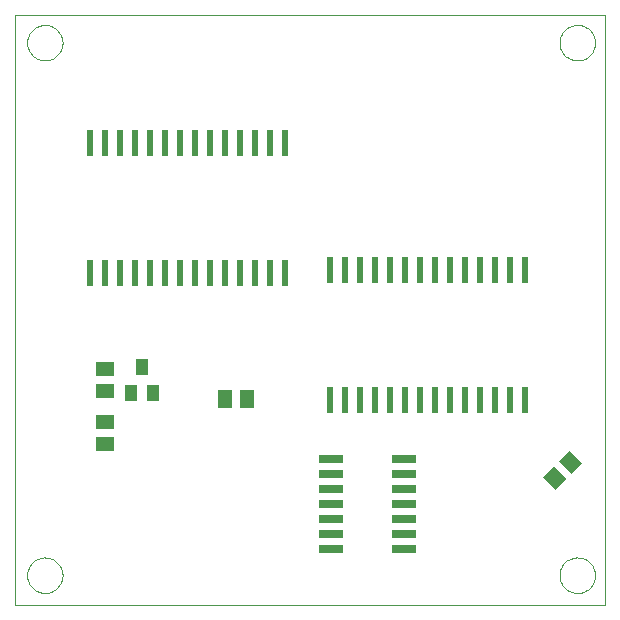
<source format=gtp>
G75*
%MOIN*%
%OFA0B0*%
%FSLAX24Y24*%
%IPPOS*%
%LPD*%
%AMOC8*
5,1,8,0,0,1.08239X$1,22.5*
%
%ADD10C,0.0000*%
%ADD11R,0.0236X0.0866*%
%ADD12R,0.0800X0.0260*%
%ADD13R,0.0394X0.0551*%
%ADD14R,0.0630X0.0512*%
%ADD15R,0.0512X0.0630*%
%ADD16R,0.0591X0.0512*%
%ADD17R,0.0512X0.0591*%
D10*
X000100Y000100D02*
X000100Y019785D01*
X019785Y019785D01*
X019785Y000100D01*
X000100Y000100D01*
X000509Y001100D02*
X000511Y001148D01*
X000517Y001196D01*
X000527Y001243D01*
X000540Y001289D01*
X000558Y001334D01*
X000578Y001378D01*
X000603Y001420D01*
X000631Y001459D01*
X000661Y001496D01*
X000695Y001530D01*
X000732Y001562D01*
X000770Y001591D01*
X000811Y001616D01*
X000854Y001638D01*
X000899Y001656D01*
X000945Y001670D01*
X000992Y001681D01*
X001040Y001688D01*
X001088Y001691D01*
X001136Y001690D01*
X001184Y001685D01*
X001232Y001676D01*
X001278Y001664D01*
X001323Y001647D01*
X001367Y001627D01*
X001409Y001604D01*
X001449Y001577D01*
X001487Y001547D01*
X001522Y001514D01*
X001554Y001478D01*
X001584Y001440D01*
X001610Y001399D01*
X001632Y001356D01*
X001652Y001312D01*
X001667Y001267D01*
X001679Y001220D01*
X001687Y001172D01*
X001691Y001124D01*
X001691Y001076D01*
X001687Y001028D01*
X001679Y000980D01*
X001667Y000933D01*
X001652Y000888D01*
X001632Y000844D01*
X001610Y000801D01*
X001584Y000760D01*
X001554Y000722D01*
X001522Y000686D01*
X001487Y000653D01*
X001449Y000623D01*
X001409Y000596D01*
X001367Y000573D01*
X001323Y000553D01*
X001278Y000536D01*
X001232Y000524D01*
X001184Y000515D01*
X001136Y000510D01*
X001088Y000509D01*
X001040Y000512D01*
X000992Y000519D01*
X000945Y000530D01*
X000899Y000544D01*
X000854Y000562D01*
X000811Y000584D01*
X000770Y000609D01*
X000732Y000638D01*
X000695Y000670D01*
X000661Y000704D01*
X000631Y000741D01*
X000603Y000780D01*
X000578Y000822D01*
X000558Y000866D01*
X000540Y000911D01*
X000527Y000957D01*
X000517Y001004D01*
X000511Y001052D01*
X000509Y001100D01*
X000509Y018850D02*
X000511Y018898D01*
X000517Y018946D01*
X000527Y018993D01*
X000540Y019039D01*
X000558Y019084D01*
X000578Y019128D01*
X000603Y019170D01*
X000631Y019209D01*
X000661Y019246D01*
X000695Y019280D01*
X000732Y019312D01*
X000770Y019341D01*
X000811Y019366D01*
X000854Y019388D01*
X000899Y019406D01*
X000945Y019420D01*
X000992Y019431D01*
X001040Y019438D01*
X001088Y019441D01*
X001136Y019440D01*
X001184Y019435D01*
X001232Y019426D01*
X001278Y019414D01*
X001323Y019397D01*
X001367Y019377D01*
X001409Y019354D01*
X001449Y019327D01*
X001487Y019297D01*
X001522Y019264D01*
X001554Y019228D01*
X001584Y019190D01*
X001610Y019149D01*
X001632Y019106D01*
X001652Y019062D01*
X001667Y019017D01*
X001679Y018970D01*
X001687Y018922D01*
X001691Y018874D01*
X001691Y018826D01*
X001687Y018778D01*
X001679Y018730D01*
X001667Y018683D01*
X001652Y018638D01*
X001632Y018594D01*
X001610Y018551D01*
X001584Y018510D01*
X001554Y018472D01*
X001522Y018436D01*
X001487Y018403D01*
X001449Y018373D01*
X001409Y018346D01*
X001367Y018323D01*
X001323Y018303D01*
X001278Y018286D01*
X001232Y018274D01*
X001184Y018265D01*
X001136Y018260D01*
X001088Y018259D01*
X001040Y018262D01*
X000992Y018269D01*
X000945Y018280D01*
X000899Y018294D01*
X000854Y018312D01*
X000811Y018334D01*
X000770Y018359D01*
X000732Y018388D01*
X000695Y018420D01*
X000661Y018454D01*
X000631Y018491D01*
X000603Y018530D01*
X000578Y018572D01*
X000558Y018616D01*
X000540Y018661D01*
X000527Y018707D01*
X000517Y018754D01*
X000511Y018802D01*
X000509Y018850D01*
X018259Y018850D02*
X018261Y018898D01*
X018267Y018946D01*
X018277Y018993D01*
X018290Y019039D01*
X018308Y019084D01*
X018328Y019128D01*
X018353Y019170D01*
X018381Y019209D01*
X018411Y019246D01*
X018445Y019280D01*
X018482Y019312D01*
X018520Y019341D01*
X018561Y019366D01*
X018604Y019388D01*
X018649Y019406D01*
X018695Y019420D01*
X018742Y019431D01*
X018790Y019438D01*
X018838Y019441D01*
X018886Y019440D01*
X018934Y019435D01*
X018982Y019426D01*
X019028Y019414D01*
X019073Y019397D01*
X019117Y019377D01*
X019159Y019354D01*
X019199Y019327D01*
X019237Y019297D01*
X019272Y019264D01*
X019304Y019228D01*
X019334Y019190D01*
X019360Y019149D01*
X019382Y019106D01*
X019402Y019062D01*
X019417Y019017D01*
X019429Y018970D01*
X019437Y018922D01*
X019441Y018874D01*
X019441Y018826D01*
X019437Y018778D01*
X019429Y018730D01*
X019417Y018683D01*
X019402Y018638D01*
X019382Y018594D01*
X019360Y018551D01*
X019334Y018510D01*
X019304Y018472D01*
X019272Y018436D01*
X019237Y018403D01*
X019199Y018373D01*
X019159Y018346D01*
X019117Y018323D01*
X019073Y018303D01*
X019028Y018286D01*
X018982Y018274D01*
X018934Y018265D01*
X018886Y018260D01*
X018838Y018259D01*
X018790Y018262D01*
X018742Y018269D01*
X018695Y018280D01*
X018649Y018294D01*
X018604Y018312D01*
X018561Y018334D01*
X018520Y018359D01*
X018482Y018388D01*
X018445Y018420D01*
X018411Y018454D01*
X018381Y018491D01*
X018353Y018530D01*
X018328Y018572D01*
X018308Y018616D01*
X018290Y018661D01*
X018277Y018707D01*
X018267Y018754D01*
X018261Y018802D01*
X018259Y018850D01*
X018259Y001100D02*
X018261Y001148D01*
X018267Y001196D01*
X018277Y001243D01*
X018290Y001289D01*
X018308Y001334D01*
X018328Y001378D01*
X018353Y001420D01*
X018381Y001459D01*
X018411Y001496D01*
X018445Y001530D01*
X018482Y001562D01*
X018520Y001591D01*
X018561Y001616D01*
X018604Y001638D01*
X018649Y001656D01*
X018695Y001670D01*
X018742Y001681D01*
X018790Y001688D01*
X018838Y001691D01*
X018886Y001690D01*
X018934Y001685D01*
X018982Y001676D01*
X019028Y001664D01*
X019073Y001647D01*
X019117Y001627D01*
X019159Y001604D01*
X019199Y001577D01*
X019237Y001547D01*
X019272Y001514D01*
X019304Y001478D01*
X019334Y001440D01*
X019360Y001399D01*
X019382Y001356D01*
X019402Y001312D01*
X019417Y001267D01*
X019429Y001220D01*
X019437Y001172D01*
X019441Y001124D01*
X019441Y001076D01*
X019437Y001028D01*
X019429Y000980D01*
X019417Y000933D01*
X019402Y000888D01*
X019382Y000844D01*
X019360Y000801D01*
X019334Y000760D01*
X019304Y000722D01*
X019272Y000686D01*
X019237Y000653D01*
X019199Y000623D01*
X019159Y000596D01*
X019117Y000573D01*
X019073Y000553D01*
X019028Y000536D01*
X018982Y000524D01*
X018934Y000515D01*
X018886Y000510D01*
X018838Y000509D01*
X018790Y000512D01*
X018742Y000519D01*
X018695Y000530D01*
X018649Y000544D01*
X018604Y000562D01*
X018561Y000584D01*
X018520Y000609D01*
X018482Y000638D01*
X018445Y000670D01*
X018411Y000704D01*
X018381Y000741D01*
X018353Y000780D01*
X018328Y000822D01*
X018308Y000866D01*
X018290Y000911D01*
X018277Y000957D01*
X018267Y001004D01*
X018261Y001052D01*
X018259Y001100D01*
D11*
X017100Y006935D03*
X016600Y006935D03*
X016100Y006935D03*
X015600Y006935D03*
X015100Y006935D03*
X014600Y006935D03*
X014100Y006935D03*
X013600Y006935D03*
X013100Y006935D03*
X012600Y006935D03*
X012100Y006935D03*
X011600Y006935D03*
X011100Y006935D03*
X010600Y006935D03*
X010600Y011265D03*
X011100Y011265D03*
X011600Y011265D03*
X012100Y011265D03*
X012600Y011265D03*
X013100Y011265D03*
X013600Y011265D03*
X014100Y011265D03*
X014600Y011265D03*
X015100Y011265D03*
X015600Y011265D03*
X016100Y011265D03*
X016600Y011265D03*
X017100Y011265D03*
X009100Y011185D03*
X008600Y011185D03*
X008100Y011185D03*
X007600Y011185D03*
X007100Y011185D03*
X006600Y011185D03*
X006100Y011185D03*
X005600Y011185D03*
X005100Y011185D03*
X004600Y011185D03*
X004100Y011185D03*
X003600Y011185D03*
X003100Y011185D03*
X002600Y011185D03*
X002600Y015515D03*
X003100Y015515D03*
X003600Y015515D03*
X004100Y015515D03*
X004600Y015515D03*
X005100Y015515D03*
X005600Y015515D03*
X006100Y015515D03*
X006600Y015515D03*
X007100Y015515D03*
X007600Y015515D03*
X008100Y015515D03*
X008600Y015515D03*
X009100Y015515D03*
D12*
X010640Y004975D03*
X010640Y004475D03*
X010640Y003975D03*
X010640Y003475D03*
X010640Y002975D03*
X010640Y002475D03*
X010640Y001975D03*
X013060Y001975D03*
X013060Y002475D03*
X013060Y002975D03*
X013060Y003475D03*
X013060Y003975D03*
X013060Y004475D03*
X013060Y004975D03*
D13*
X004724Y007167D03*
X003976Y007167D03*
X004350Y008033D03*
D14*
X003100Y007974D03*
X003100Y007226D03*
D15*
X007101Y006975D03*
X007849Y006975D03*
D16*
X003100Y006224D03*
X003100Y005476D03*
D17*
G36*
X018475Y004309D02*
X018113Y003947D01*
X017697Y004363D01*
X018059Y004725D01*
X018475Y004309D01*
G37*
G36*
X019003Y004837D02*
X018641Y004475D01*
X018225Y004891D01*
X018587Y005253D01*
X019003Y004837D01*
G37*
M02*

</source>
